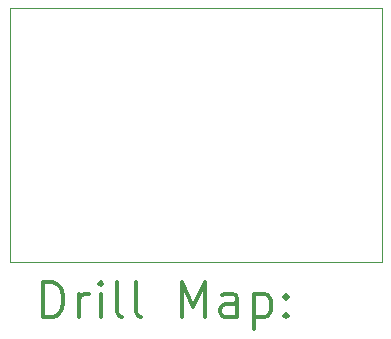
<source format=gbr>
%FSLAX45Y45*%
G04 Gerber Fmt 4.5, Leading zero omitted, Abs format (unit mm)*
G04 Created by KiCad (PCBNEW 5.1.10-88a1d61d58~90~ubuntu20.04.1) date 2021-09-15 21:40:54*
%MOMM*%
%LPD*%
G01*
G04 APERTURE LIST*
%TA.AperFunction,Profile*%
%ADD10C,0.050000*%
%TD*%
%ADD11C,0.200000*%
%ADD12C,0.300000*%
G04 APERTURE END LIST*
D10*
X14350000Y-7475000D02*
X11200000Y-7475000D01*
X14350000Y-9625000D02*
X14350000Y-7475000D01*
X11200000Y-9625000D02*
X14350000Y-9625000D01*
X11200000Y-7475000D02*
X11200000Y-9625000D01*
D11*
D12*
X11483928Y-10093214D02*
X11483928Y-9793214D01*
X11555357Y-9793214D01*
X11598214Y-9807500D01*
X11626786Y-9836072D01*
X11641071Y-9864643D01*
X11655357Y-9921786D01*
X11655357Y-9964643D01*
X11641071Y-10021786D01*
X11626786Y-10050357D01*
X11598214Y-10078929D01*
X11555357Y-10093214D01*
X11483928Y-10093214D01*
X11783928Y-10093214D02*
X11783928Y-9893214D01*
X11783928Y-9950357D02*
X11798214Y-9921786D01*
X11812500Y-9907500D01*
X11841071Y-9893214D01*
X11869643Y-9893214D01*
X11969643Y-10093214D02*
X11969643Y-9893214D01*
X11969643Y-9793214D02*
X11955357Y-9807500D01*
X11969643Y-9821786D01*
X11983928Y-9807500D01*
X11969643Y-9793214D01*
X11969643Y-9821786D01*
X12155357Y-10093214D02*
X12126786Y-10078929D01*
X12112500Y-10050357D01*
X12112500Y-9793214D01*
X12312500Y-10093214D02*
X12283928Y-10078929D01*
X12269643Y-10050357D01*
X12269643Y-9793214D01*
X12655357Y-10093214D02*
X12655357Y-9793214D01*
X12755357Y-10007500D01*
X12855357Y-9793214D01*
X12855357Y-10093214D01*
X13126786Y-10093214D02*
X13126786Y-9936072D01*
X13112500Y-9907500D01*
X13083928Y-9893214D01*
X13026786Y-9893214D01*
X12998214Y-9907500D01*
X13126786Y-10078929D02*
X13098214Y-10093214D01*
X13026786Y-10093214D01*
X12998214Y-10078929D01*
X12983928Y-10050357D01*
X12983928Y-10021786D01*
X12998214Y-9993214D01*
X13026786Y-9978929D01*
X13098214Y-9978929D01*
X13126786Y-9964643D01*
X13269643Y-9893214D02*
X13269643Y-10193214D01*
X13269643Y-9907500D02*
X13298214Y-9893214D01*
X13355357Y-9893214D01*
X13383928Y-9907500D01*
X13398214Y-9921786D01*
X13412500Y-9950357D01*
X13412500Y-10036072D01*
X13398214Y-10064643D01*
X13383928Y-10078929D01*
X13355357Y-10093214D01*
X13298214Y-10093214D01*
X13269643Y-10078929D01*
X13541071Y-10064643D02*
X13555357Y-10078929D01*
X13541071Y-10093214D01*
X13526786Y-10078929D01*
X13541071Y-10064643D01*
X13541071Y-10093214D01*
X13541071Y-9907500D02*
X13555357Y-9921786D01*
X13541071Y-9936072D01*
X13526786Y-9921786D01*
X13541071Y-9907500D01*
X13541071Y-9936072D01*
M02*

</source>
